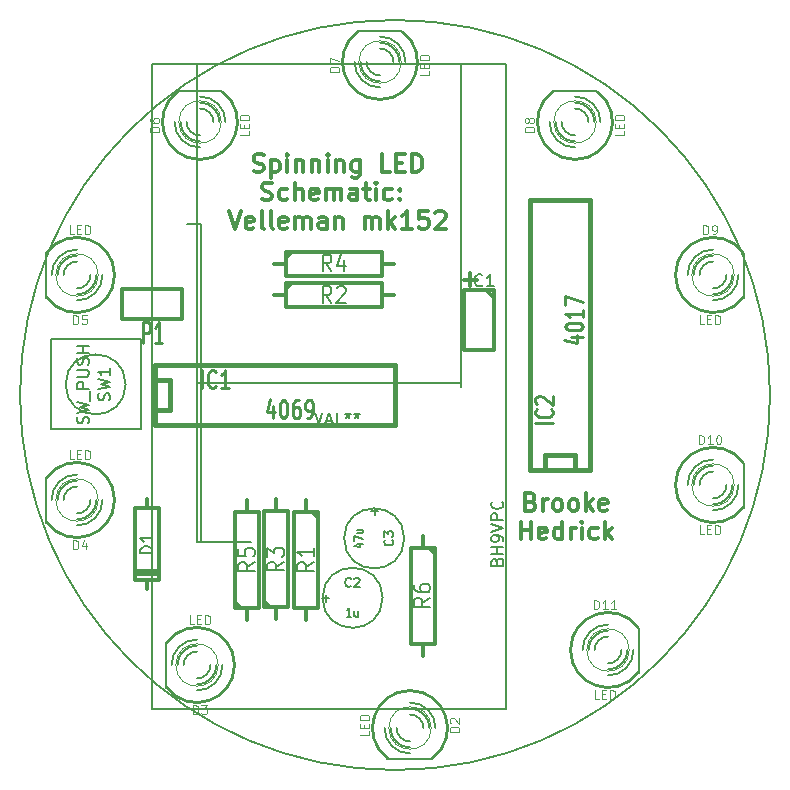
<source format=gto>
G04 (created by PCBNEW (2013-08-23 BZR 4296)-product) date 9/8/2013 11:51:00 PM*
%MOIN*%
G04 Gerber Fmt 3.4, Leading zero omitted, Abs format*
%FSLAX34Y34*%
G01*
G70*
G90*
G04 APERTURE LIST*
%ADD10C,0.005906*%
%ADD11C,0.011811*%
%ADD12C,0.007874*%
%ADD13C,0.005000*%
%ADD14C,0.012000*%
%ADD15C,0.008000*%
%ADD16C,0.003000*%
%ADD17C,0.010000*%
%ADD18C,0.006000*%
%ADD19C,0.015000*%
%ADD20C,0.003500*%
%ADD21C,0.011250*%
%ADD22C,0.007500*%
%ADD23C,0.010700*%
G04 APERTURE END LIST*
G54D10*
G54D11*
X59032Y-26557D02*
X59117Y-26585D01*
X59145Y-26614D01*
X59173Y-26670D01*
X59173Y-26754D01*
X59145Y-26810D01*
X59117Y-26839D01*
X59061Y-26867D01*
X58836Y-26867D01*
X58836Y-26276D01*
X59032Y-26276D01*
X59089Y-26304D01*
X59117Y-26332D01*
X59145Y-26389D01*
X59145Y-26445D01*
X59117Y-26501D01*
X59089Y-26529D01*
X59032Y-26557D01*
X58836Y-26557D01*
X59426Y-26867D02*
X59426Y-26473D01*
X59426Y-26585D02*
X59454Y-26529D01*
X59482Y-26501D01*
X59539Y-26473D01*
X59595Y-26473D01*
X59876Y-26867D02*
X59820Y-26839D01*
X59792Y-26810D01*
X59764Y-26754D01*
X59764Y-26585D01*
X59792Y-26529D01*
X59820Y-26501D01*
X59876Y-26473D01*
X59960Y-26473D01*
X60017Y-26501D01*
X60045Y-26529D01*
X60073Y-26585D01*
X60073Y-26754D01*
X60045Y-26810D01*
X60017Y-26839D01*
X59960Y-26867D01*
X59876Y-26867D01*
X60410Y-26867D02*
X60354Y-26839D01*
X60326Y-26810D01*
X60298Y-26754D01*
X60298Y-26585D01*
X60326Y-26529D01*
X60354Y-26501D01*
X60410Y-26473D01*
X60495Y-26473D01*
X60551Y-26501D01*
X60579Y-26529D01*
X60607Y-26585D01*
X60607Y-26754D01*
X60579Y-26810D01*
X60551Y-26839D01*
X60495Y-26867D01*
X60410Y-26867D01*
X60860Y-26867D02*
X60860Y-26276D01*
X60917Y-26642D02*
X61085Y-26867D01*
X61085Y-26473D02*
X60860Y-26698D01*
X61563Y-26839D02*
X61507Y-26867D01*
X61395Y-26867D01*
X61338Y-26839D01*
X61310Y-26782D01*
X61310Y-26557D01*
X61338Y-26501D01*
X61395Y-26473D01*
X61507Y-26473D01*
X61563Y-26501D01*
X61592Y-26557D01*
X61592Y-26614D01*
X61310Y-26670D01*
X58695Y-27812D02*
X58695Y-27221D01*
X58695Y-27502D02*
X59032Y-27502D01*
X59032Y-27812D02*
X59032Y-27221D01*
X59539Y-27783D02*
X59482Y-27812D01*
X59370Y-27812D01*
X59314Y-27783D01*
X59286Y-27727D01*
X59286Y-27502D01*
X59314Y-27446D01*
X59370Y-27418D01*
X59482Y-27418D01*
X59539Y-27446D01*
X59567Y-27502D01*
X59567Y-27558D01*
X59286Y-27615D01*
X60073Y-27812D02*
X60073Y-27221D01*
X60073Y-27783D02*
X60017Y-27812D01*
X59904Y-27812D01*
X59848Y-27783D01*
X59820Y-27755D01*
X59792Y-27699D01*
X59792Y-27530D01*
X59820Y-27474D01*
X59848Y-27446D01*
X59904Y-27418D01*
X60017Y-27418D01*
X60073Y-27446D01*
X60354Y-27812D02*
X60354Y-27418D01*
X60354Y-27530D02*
X60382Y-27474D01*
X60410Y-27446D01*
X60467Y-27418D01*
X60523Y-27418D01*
X60720Y-27812D02*
X60720Y-27418D01*
X60720Y-27221D02*
X60692Y-27249D01*
X60720Y-27277D01*
X60748Y-27249D01*
X60720Y-27221D01*
X60720Y-27277D01*
X61254Y-27783D02*
X61198Y-27812D01*
X61085Y-27812D01*
X61029Y-27783D01*
X61001Y-27755D01*
X60973Y-27699D01*
X60973Y-27530D01*
X61001Y-27474D01*
X61029Y-27446D01*
X61085Y-27418D01*
X61198Y-27418D01*
X61254Y-27446D01*
X61507Y-27812D02*
X61507Y-27221D01*
X61563Y-27587D02*
X61732Y-27812D01*
X61732Y-27418D02*
X61507Y-27643D01*
X49787Y-15539D02*
X49872Y-15567D01*
X50012Y-15567D01*
X50069Y-15539D01*
X50097Y-15510D01*
X50125Y-15454D01*
X50125Y-15398D01*
X50097Y-15342D01*
X50069Y-15314D01*
X50012Y-15285D01*
X49900Y-15257D01*
X49844Y-15229D01*
X49815Y-15201D01*
X49787Y-15145D01*
X49787Y-15089D01*
X49815Y-15032D01*
X49844Y-15004D01*
X49900Y-14976D01*
X50040Y-14976D01*
X50125Y-15004D01*
X50378Y-15173D02*
X50378Y-15764D01*
X50378Y-15201D02*
X50434Y-15173D01*
X50547Y-15173D01*
X50603Y-15201D01*
X50631Y-15229D01*
X50659Y-15285D01*
X50659Y-15454D01*
X50631Y-15510D01*
X50603Y-15539D01*
X50547Y-15567D01*
X50434Y-15567D01*
X50378Y-15539D01*
X50912Y-15567D02*
X50912Y-15173D01*
X50912Y-14976D02*
X50884Y-15004D01*
X50912Y-15032D01*
X50940Y-15004D01*
X50912Y-14976D01*
X50912Y-15032D01*
X51193Y-15173D02*
X51193Y-15567D01*
X51193Y-15229D02*
X51222Y-15201D01*
X51278Y-15173D01*
X51362Y-15173D01*
X51418Y-15201D01*
X51447Y-15257D01*
X51447Y-15567D01*
X51728Y-15173D02*
X51728Y-15567D01*
X51728Y-15229D02*
X51756Y-15201D01*
X51812Y-15173D01*
X51896Y-15173D01*
X51953Y-15201D01*
X51981Y-15257D01*
X51981Y-15567D01*
X52262Y-15567D02*
X52262Y-15173D01*
X52262Y-14976D02*
X52234Y-15004D01*
X52262Y-15032D01*
X52290Y-15004D01*
X52262Y-14976D01*
X52262Y-15032D01*
X52543Y-15173D02*
X52543Y-15567D01*
X52543Y-15229D02*
X52571Y-15201D01*
X52628Y-15173D01*
X52712Y-15173D01*
X52768Y-15201D01*
X52796Y-15257D01*
X52796Y-15567D01*
X53331Y-15173D02*
X53331Y-15651D01*
X53303Y-15707D01*
X53274Y-15735D01*
X53218Y-15764D01*
X53134Y-15764D01*
X53078Y-15735D01*
X53331Y-15539D02*
X53274Y-15567D01*
X53162Y-15567D01*
X53106Y-15539D01*
X53078Y-15510D01*
X53049Y-15454D01*
X53049Y-15285D01*
X53078Y-15229D01*
X53106Y-15201D01*
X53162Y-15173D01*
X53274Y-15173D01*
X53331Y-15201D01*
X54343Y-15567D02*
X54062Y-15567D01*
X54062Y-14976D01*
X54540Y-15257D02*
X54737Y-15257D01*
X54821Y-15567D02*
X54540Y-15567D01*
X54540Y-14976D01*
X54821Y-14976D01*
X55074Y-15567D02*
X55074Y-14976D01*
X55215Y-14976D01*
X55299Y-15004D01*
X55355Y-15060D01*
X55384Y-15117D01*
X55412Y-15229D01*
X55412Y-15314D01*
X55384Y-15426D01*
X55355Y-15482D01*
X55299Y-15539D01*
X55215Y-15567D01*
X55074Y-15567D01*
X50069Y-16483D02*
X50153Y-16512D01*
X50294Y-16512D01*
X50350Y-16483D01*
X50378Y-16455D01*
X50406Y-16399D01*
X50406Y-16343D01*
X50378Y-16287D01*
X50350Y-16258D01*
X50294Y-16230D01*
X50181Y-16202D01*
X50125Y-16174D01*
X50097Y-16146D01*
X50069Y-16090D01*
X50069Y-16033D01*
X50097Y-15977D01*
X50125Y-15949D01*
X50181Y-15921D01*
X50322Y-15921D01*
X50406Y-15949D01*
X50912Y-16483D02*
X50856Y-16512D01*
X50743Y-16512D01*
X50687Y-16483D01*
X50659Y-16455D01*
X50631Y-16399D01*
X50631Y-16230D01*
X50659Y-16174D01*
X50687Y-16146D01*
X50743Y-16118D01*
X50856Y-16118D01*
X50912Y-16146D01*
X51165Y-16512D02*
X51165Y-15921D01*
X51418Y-16512D02*
X51418Y-16202D01*
X51390Y-16146D01*
X51334Y-16118D01*
X51250Y-16118D01*
X51193Y-16146D01*
X51165Y-16174D01*
X51925Y-16483D02*
X51868Y-16512D01*
X51756Y-16512D01*
X51700Y-16483D01*
X51671Y-16427D01*
X51671Y-16202D01*
X51700Y-16146D01*
X51756Y-16118D01*
X51868Y-16118D01*
X51925Y-16146D01*
X51953Y-16202D01*
X51953Y-16258D01*
X51671Y-16315D01*
X52206Y-16512D02*
X52206Y-16118D01*
X52206Y-16174D02*
X52234Y-16146D01*
X52290Y-16118D01*
X52375Y-16118D01*
X52431Y-16146D01*
X52459Y-16202D01*
X52459Y-16512D01*
X52459Y-16202D02*
X52487Y-16146D01*
X52543Y-16118D01*
X52628Y-16118D01*
X52684Y-16146D01*
X52712Y-16202D01*
X52712Y-16512D01*
X53246Y-16512D02*
X53246Y-16202D01*
X53218Y-16146D01*
X53162Y-16118D01*
X53049Y-16118D01*
X52993Y-16146D01*
X53246Y-16483D02*
X53190Y-16512D01*
X53049Y-16512D01*
X52993Y-16483D01*
X52965Y-16427D01*
X52965Y-16371D01*
X52993Y-16315D01*
X53049Y-16287D01*
X53190Y-16287D01*
X53246Y-16258D01*
X53443Y-16118D02*
X53668Y-16118D01*
X53528Y-15921D02*
X53528Y-16427D01*
X53556Y-16483D01*
X53612Y-16512D01*
X53668Y-16512D01*
X53865Y-16512D02*
X53865Y-16118D01*
X53865Y-15921D02*
X53837Y-15949D01*
X53865Y-15977D01*
X53893Y-15949D01*
X53865Y-15921D01*
X53865Y-15977D01*
X54399Y-16483D02*
X54343Y-16512D01*
X54231Y-16512D01*
X54174Y-16483D01*
X54146Y-16455D01*
X54118Y-16399D01*
X54118Y-16230D01*
X54146Y-16174D01*
X54174Y-16146D01*
X54231Y-16118D01*
X54343Y-16118D01*
X54399Y-16146D01*
X54652Y-16455D02*
X54680Y-16483D01*
X54652Y-16512D01*
X54624Y-16483D01*
X54652Y-16455D01*
X54652Y-16512D01*
X54652Y-16146D02*
X54680Y-16174D01*
X54652Y-16202D01*
X54624Y-16174D01*
X54652Y-16146D01*
X54652Y-16202D01*
X48958Y-16866D02*
X49155Y-17456D01*
X49351Y-16866D01*
X49773Y-17428D02*
X49717Y-17456D01*
X49605Y-17456D01*
X49548Y-17428D01*
X49520Y-17372D01*
X49520Y-17147D01*
X49548Y-17091D01*
X49605Y-17063D01*
X49717Y-17063D01*
X49773Y-17091D01*
X49801Y-17147D01*
X49801Y-17203D01*
X49520Y-17260D01*
X50139Y-17456D02*
X50083Y-17428D01*
X50055Y-17372D01*
X50055Y-16866D01*
X50448Y-17456D02*
X50392Y-17428D01*
X50364Y-17372D01*
X50364Y-16866D01*
X50898Y-17428D02*
X50842Y-17456D01*
X50729Y-17456D01*
X50673Y-17428D01*
X50645Y-17372D01*
X50645Y-17147D01*
X50673Y-17091D01*
X50729Y-17063D01*
X50842Y-17063D01*
X50898Y-17091D01*
X50926Y-17147D01*
X50926Y-17203D01*
X50645Y-17260D01*
X51179Y-17456D02*
X51179Y-17063D01*
X51179Y-17119D02*
X51207Y-17091D01*
X51264Y-17063D01*
X51348Y-17063D01*
X51404Y-17091D01*
X51432Y-17147D01*
X51432Y-17456D01*
X51432Y-17147D02*
X51461Y-17091D01*
X51517Y-17063D01*
X51601Y-17063D01*
X51657Y-17091D01*
X51686Y-17147D01*
X51686Y-17456D01*
X52220Y-17456D02*
X52220Y-17147D01*
X52192Y-17091D01*
X52135Y-17063D01*
X52023Y-17063D01*
X51967Y-17091D01*
X52220Y-17428D02*
X52164Y-17456D01*
X52023Y-17456D01*
X51967Y-17428D01*
X51939Y-17372D01*
X51939Y-17316D01*
X51967Y-17260D01*
X52023Y-17231D01*
X52164Y-17231D01*
X52220Y-17203D01*
X52501Y-17063D02*
X52501Y-17456D01*
X52501Y-17119D02*
X52529Y-17091D01*
X52585Y-17063D01*
X52670Y-17063D01*
X52726Y-17091D01*
X52754Y-17147D01*
X52754Y-17456D01*
X53485Y-17456D02*
X53485Y-17063D01*
X53485Y-17119D02*
X53513Y-17091D01*
X53570Y-17063D01*
X53654Y-17063D01*
X53710Y-17091D01*
X53738Y-17147D01*
X53738Y-17456D01*
X53738Y-17147D02*
X53767Y-17091D01*
X53823Y-17063D01*
X53907Y-17063D01*
X53963Y-17091D01*
X53992Y-17147D01*
X53992Y-17456D01*
X54273Y-17456D02*
X54273Y-16866D01*
X54329Y-17231D02*
X54498Y-17456D01*
X54498Y-17063D02*
X54273Y-17288D01*
X55060Y-17456D02*
X54723Y-17456D01*
X54891Y-17456D02*
X54891Y-16866D01*
X54835Y-16950D01*
X54779Y-17006D01*
X54723Y-17035D01*
X55594Y-16866D02*
X55313Y-16866D01*
X55285Y-17147D01*
X55313Y-17119D01*
X55369Y-17091D01*
X55510Y-17091D01*
X55566Y-17119D01*
X55594Y-17147D01*
X55623Y-17203D01*
X55623Y-17344D01*
X55594Y-17400D01*
X55566Y-17428D01*
X55510Y-17456D01*
X55369Y-17456D01*
X55313Y-17428D01*
X55285Y-17400D01*
X55848Y-16922D02*
X55876Y-16894D01*
X55932Y-16866D01*
X56073Y-16866D01*
X56129Y-16894D01*
X56157Y-16922D01*
X56185Y-16978D01*
X56185Y-17035D01*
X56157Y-17119D01*
X55819Y-17456D01*
X56185Y-17456D01*
X56785Y-19157D02*
X57234Y-19157D01*
X57010Y-19382D02*
X57010Y-18932D01*
G54D12*
X67000Y-23000D02*
G75*
G03X67000Y-23000I-12500J0D01*
G74*
G01*
G54D13*
X45520Y-22645D02*
G75*
G03X45520Y-22645I-1000J0D01*
G74*
G01*
X46020Y-21145D02*
X46020Y-24145D01*
X46020Y-24145D02*
X43020Y-24145D01*
X43020Y-24145D02*
X43020Y-21145D01*
X46020Y-21145D02*
X43020Y-21145D01*
G54D14*
X51540Y-26490D02*
X51540Y-26890D01*
X51540Y-26890D02*
X51940Y-26890D01*
X51940Y-26890D02*
X51940Y-30090D01*
X51940Y-30090D02*
X51140Y-30090D01*
X51140Y-30090D02*
X51140Y-26890D01*
X51140Y-26890D02*
X51540Y-26890D01*
X51740Y-26890D02*
X51940Y-27090D01*
X51540Y-30490D02*
X51540Y-30090D01*
X50465Y-19670D02*
X50865Y-19670D01*
X50865Y-19670D02*
X50865Y-19270D01*
X50865Y-19270D02*
X54065Y-19270D01*
X54065Y-19270D02*
X54065Y-20070D01*
X54065Y-20070D02*
X50865Y-20070D01*
X50865Y-20070D02*
X50865Y-19670D01*
X50865Y-19470D02*
X51065Y-19270D01*
X54465Y-19670D02*
X54065Y-19670D01*
X49580Y-30490D02*
X49580Y-30090D01*
X49580Y-30090D02*
X49180Y-30090D01*
X49180Y-30090D02*
X49180Y-26890D01*
X49180Y-26890D02*
X49980Y-26890D01*
X49980Y-26890D02*
X49980Y-30090D01*
X49980Y-30090D02*
X49580Y-30090D01*
X49380Y-30090D02*
X49180Y-29890D01*
X49580Y-26490D02*
X49580Y-26890D01*
X50550Y-30480D02*
X50550Y-30080D01*
X50550Y-30080D02*
X50150Y-30080D01*
X50150Y-30080D02*
X50150Y-26880D01*
X50150Y-26880D02*
X50950Y-26880D01*
X50950Y-26880D02*
X50950Y-30080D01*
X50950Y-30080D02*
X50550Y-30080D01*
X50350Y-30080D02*
X50150Y-29880D01*
X50550Y-26480D02*
X50550Y-26880D01*
X50465Y-18620D02*
X50865Y-18620D01*
X50865Y-18620D02*
X50865Y-18220D01*
X50865Y-18220D02*
X54065Y-18220D01*
X54065Y-18220D02*
X54065Y-19020D01*
X54065Y-19020D02*
X50865Y-19020D01*
X50865Y-19020D02*
X50865Y-18620D01*
X50865Y-18420D02*
X51065Y-18220D01*
X54465Y-18620D02*
X54065Y-18620D01*
X55425Y-27685D02*
X55425Y-28085D01*
X55425Y-28085D02*
X55825Y-28085D01*
X55825Y-28085D02*
X55825Y-31285D01*
X55825Y-31285D02*
X55025Y-31285D01*
X55025Y-31285D02*
X55025Y-28085D01*
X55025Y-28085D02*
X55425Y-28085D01*
X55625Y-28085D02*
X55825Y-28285D01*
X55425Y-31685D02*
X55425Y-31285D01*
G54D15*
X62620Y-32250D02*
X62620Y-30750D01*
G54D16*
X62307Y-31500D02*
G75*
G03X62307Y-31500I-707J0D01*
G74*
G01*
G54D17*
X62599Y-30748D02*
G75*
G03X62600Y-32250I-999J-751D01*
G74*
G01*
G54D18*
X61600Y-31050D02*
G75*
G03X61150Y-31500I0J-450D01*
G74*
G01*
X61600Y-31950D02*
G75*
G03X62050Y-31500I0J450D01*
G74*
G01*
X61600Y-30850D02*
G75*
G03X60950Y-31500I0J-650D01*
G74*
G01*
X61600Y-32150D02*
G75*
G03X62250Y-31500I0J650D01*
G74*
G01*
X61600Y-30650D02*
G75*
G03X60750Y-31500I0J-850D01*
G74*
G01*
X61600Y-32350D02*
G75*
G03X62450Y-31500I0J850D01*
G74*
G01*
G54D15*
X66120Y-26750D02*
X66120Y-25250D01*
G54D16*
X65807Y-26000D02*
G75*
G03X65807Y-26000I-707J0D01*
G74*
G01*
G54D17*
X66099Y-25248D02*
G75*
G03X66100Y-26750I-999J-751D01*
G74*
G01*
G54D18*
X65100Y-25550D02*
G75*
G03X64650Y-26000I0J-450D01*
G74*
G01*
X65100Y-26450D02*
G75*
G03X65550Y-26000I0J450D01*
G74*
G01*
X65100Y-25350D02*
G75*
G03X64450Y-26000I0J-650D01*
G74*
G01*
X65100Y-26650D02*
G75*
G03X65750Y-26000I0J650D01*
G74*
G01*
X65100Y-25150D02*
G75*
G03X64250Y-26000I0J-850D01*
G74*
G01*
X65100Y-26850D02*
G75*
G03X65950Y-26000I0J850D01*
G74*
G01*
G54D15*
X66120Y-19750D02*
X66120Y-18250D01*
G54D16*
X65807Y-19000D02*
G75*
G03X65807Y-19000I-707J0D01*
G74*
G01*
G54D17*
X66099Y-18248D02*
G75*
G03X66100Y-19750I-999J-751D01*
G74*
G01*
G54D18*
X65100Y-18550D02*
G75*
G03X64650Y-19000I0J-450D01*
G74*
G01*
X65100Y-19450D02*
G75*
G03X65550Y-19000I0J450D01*
G74*
G01*
X65100Y-18350D02*
G75*
G03X64450Y-19000I0J-650D01*
G74*
G01*
X65100Y-19650D02*
G75*
G03X65750Y-19000I0J650D01*
G74*
G01*
X65100Y-18150D02*
G75*
G03X64250Y-19000I0J-850D01*
G74*
G01*
X65100Y-19850D02*
G75*
G03X65950Y-19000I0J850D01*
G74*
G01*
G54D15*
X61250Y-12880D02*
X59750Y-12880D01*
G54D16*
X61207Y-13900D02*
G75*
G03X61207Y-13900I-707J0D01*
G74*
G01*
G54D17*
X59748Y-12900D02*
G75*
G03X61250Y-12900I751J-999D01*
G74*
G01*
G54D18*
X60050Y-13900D02*
G75*
G03X60500Y-14350I450J0D01*
G74*
G01*
X60950Y-13900D02*
G75*
G03X60500Y-13450I-450J0D01*
G74*
G01*
X59850Y-13900D02*
G75*
G03X60500Y-14550I650J0D01*
G74*
G01*
X61150Y-13900D02*
G75*
G03X60500Y-13250I-650J0D01*
G74*
G01*
X59650Y-13900D02*
G75*
G03X60500Y-14750I850J0D01*
G74*
G01*
X61350Y-13900D02*
G75*
G03X60500Y-13050I-850J0D01*
G74*
G01*
G54D15*
X54750Y-10880D02*
X53250Y-10880D01*
G54D16*
X54707Y-11900D02*
G75*
G03X54707Y-11900I-707J0D01*
G74*
G01*
G54D17*
X53248Y-10900D02*
G75*
G03X54750Y-10900I751J-999D01*
G74*
G01*
G54D18*
X53550Y-11900D02*
G75*
G03X54000Y-12350I450J0D01*
G74*
G01*
X54450Y-11900D02*
G75*
G03X54000Y-11450I-450J0D01*
G74*
G01*
X53350Y-11900D02*
G75*
G03X54000Y-12550I650J0D01*
G74*
G01*
X54650Y-11900D02*
G75*
G03X54000Y-11250I-650J0D01*
G74*
G01*
X53150Y-11900D02*
G75*
G03X54000Y-12750I850J0D01*
G74*
G01*
X54850Y-11900D02*
G75*
G03X54000Y-11050I-850J0D01*
G74*
G01*
G54D15*
X48750Y-12880D02*
X47250Y-12880D01*
G54D16*
X48707Y-13900D02*
G75*
G03X48707Y-13900I-707J0D01*
G74*
G01*
G54D17*
X47248Y-12900D02*
G75*
G03X48750Y-12900I751J-999D01*
G74*
G01*
G54D18*
X47550Y-13900D02*
G75*
G03X48000Y-14350I450J0D01*
G74*
G01*
X48450Y-13900D02*
G75*
G03X48000Y-13450I-450J0D01*
G74*
G01*
X47350Y-13900D02*
G75*
G03X48000Y-14550I650J0D01*
G74*
G01*
X48650Y-13900D02*
G75*
G03X48000Y-13250I-650J0D01*
G74*
G01*
X47150Y-13900D02*
G75*
G03X48000Y-14750I850J0D01*
G74*
G01*
X48850Y-13900D02*
G75*
G03X48000Y-13050I-850J0D01*
G74*
G01*
G54D15*
X42880Y-18250D02*
X42880Y-19750D01*
G54D16*
X44607Y-19000D02*
G75*
G03X44607Y-19000I-707J0D01*
G74*
G01*
G54D17*
X42900Y-19751D02*
G75*
G03X42900Y-18250I999J751D01*
G74*
G01*
G54D18*
X43900Y-19450D02*
G75*
G03X44350Y-19000I0J450D01*
G74*
G01*
X43900Y-18550D02*
G75*
G03X43450Y-19000I0J-450D01*
G74*
G01*
X43900Y-19650D02*
G75*
G03X44550Y-19000I0J650D01*
G74*
G01*
X43900Y-18350D02*
G75*
G03X43250Y-19000I0J-650D01*
G74*
G01*
X43900Y-19850D02*
G75*
G03X44750Y-19000I0J850D01*
G74*
G01*
X43900Y-18150D02*
G75*
G03X43050Y-19000I0J-850D01*
G74*
G01*
G54D15*
X42880Y-25750D02*
X42880Y-27250D01*
G54D16*
X44607Y-26500D02*
G75*
G03X44607Y-26500I-707J0D01*
G74*
G01*
G54D17*
X42900Y-27251D02*
G75*
G03X42900Y-25750I999J751D01*
G74*
G01*
G54D18*
X43900Y-26950D02*
G75*
G03X44350Y-26500I0J450D01*
G74*
G01*
X43900Y-26050D02*
G75*
G03X43450Y-26500I0J-450D01*
G74*
G01*
X43900Y-27150D02*
G75*
G03X44550Y-26500I0J650D01*
G74*
G01*
X43900Y-25850D02*
G75*
G03X43250Y-26500I0J-650D01*
G74*
G01*
X43900Y-27350D02*
G75*
G03X44750Y-26500I0J850D01*
G74*
G01*
X43900Y-25650D02*
G75*
G03X43050Y-26500I0J-850D01*
G74*
G01*
G54D15*
X46880Y-31250D02*
X46880Y-32750D01*
G54D16*
X48607Y-32000D02*
G75*
G03X48607Y-32000I-707J0D01*
G74*
G01*
G54D17*
X46900Y-32751D02*
G75*
G03X46900Y-31250I999J751D01*
G74*
G01*
G54D18*
X47900Y-32450D02*
G75*
G03X48350Y-32000I0J450D01*
G74*
G01*
X47900Y-31550D02*
G75*
G03X47450Y-32000I0J-450D01*
G74*
G01*
X47900Y-32650D02*
G75*
G03X48550Y-32000I0J650D01*
G74*
G01*
X47900Y-31350D02*
G75*
G03X47250Y-32000I0J-650D01*
G74*
G01*
X47900Y-32850D02*
G75*
G03X48750Y-32000I0J850D01*
G74*
G01*
X47900Y-31150D02*
G75*
G03X47050Y-32000I0J-850D01*
G74*
G01*
G54D15*
X54250Y-35120D02*
X55750Y-35120D01*
G54D16*
X55707Y-34100D02*
G75*
G03X55707Y-34100I-707J0D01*
G74*
G01*
G54D17*
X55751Y-35099D02*
G75*
G03X54250Y-35100I-751J999D01*
G74*
G01*
G54D18*
X55450Y-34100D02*
G75*
G03X55000Y-33650I-450J0D01*
G74*
G01*
X54550Y-34100D02*
G75*
G03X55000Y-34550I450J0D01*
G74*
G01*
X55650Y-34100D02*
G75*
G03X55000Y-33450I-650J0D01*
G74*
G01*
X54350Y-34100D02*
G75*
G03X55000Y-34750I650J0D01*
G74*
G01*
X55850Y-34100D02*
G75*
G03X55000Y-33250I-850J0D01*
G74*
G01*
X54150Y-34100D02*
G75*
G03X55000Y-34950I850J0D01*
G74*
G01*
G54D19*
X59500Y-25500D02*
X59500Y-25500D01*
X59500Y-25500D02*
X59500Y-25000D01*
X59500Y-25000D02*
X60500Y-25000D01*
X60500Y-25000D02*
X60500Y-25500D01*
X59000Y-25500D02*
X59000Y-16500D01*
X59000Y-16500D02*
X61000Y-16500D01*
X61000Y-16500D02*
X61000Y-25500D01*
X61000Y-25500D02*
X59000Y-25500D01*
X46500Y-22000D02*
X54500Y-22000D01*
X54500Y-24000D02*
X46500Y-24000D01*
X46500Y-24000D02*
X46500Y-22000D01*
X46500Y-22500D02*
X47000Y-22500D01*
X47000Y-22500D02*
X47000Y-23500D01*
X47000Y-23500D02*
X46500Y-23500D01*
X54500Y-22000D02*
X54500Y-24000D01*
G54D14*
X46230Y-29480D02*
X46230Y-29180D01*
X46230Y-29180D02*
X46630Y-29180D01*
X46630Y-29180D02*
X46630Y-26780D01*
X46630Y-26780D02*
X46230Y-26780D01*
X46230Y-26780D02*
X46230Y-26480D01*
X46230Y-26780D02*
X45830Y-26780D01*
X45830Y-26780D02*
X45830Y-29180D01*
X45830Y-29180D02*
X46230Y-29180D01*
X46630Y-28980D02*
X45830Y-28980D01*
X45830Y-28880D02*
X46630Y-28880D01*
X57785Y-19530D02*
X57785Y-21510D01*
X57785Y-21510D02*
X56785Y-21510D01*
X56785Y-21510D02*
X56785Y-19510D01*
X56785Y-19510D02*
X57785Y-19510D01*
X57535Y-19510D02*
X57785Y-19760D01*
G54D13*
X54806Y-27780D02*
G75*
G03X54806Y-27780I-1001J0D01*
G74*
G01*
X54086Y-29760D02*
G75*
G03X54086Y-29760I-1001J0D01*
G74*
G01*
G54D14*
X47410Y-19450D02*
X47410Y-20450D01*
X47410Y-20450D02*
X45410Y-20450D01*
X45410Y-20450D02*
X45410Y-19450D01*
X45410Y-19450D02*
X47410Y-19450D01*
G54D10*
X48040Y-27910D02*
X48040Y-17290D01*
X48040Y-17290D02*
X47575Y-17290D01*
X47895Y-27910D02*
X49695Y-27910D01*
X47895Y-22600D02*
X47895Y-27910D01*
X47895Y-22600D02*
X47895Y-11975D01*
X56695Y-22600D02*
X47895Y-22600D01*
X56695Y-11975D02*
X56695Y-22725D01*
X58195Y-11975D02*
X46395Y-11975D01*
X46395Y-11975D02*
X46395Y-33475D01*
X46395Y-33475D02*
X58195Y-33475D01*
X58195Y-33475D02*
X58195Y-11975D01*
G54D15*
X44981Y-23178D02*
X45000Y-23121D01*
X45000Y-23025D01*
X44981Y-22987D01*
X44962Y-22968D01*
X44924Y-22949D01*
X44886Y-22949D01*
X44848Y-22968D01*
X44829Y-22987D01*
X44810Y-23025D01*
X44791Y-23102D01*
X44772Y-23140D01*
X44753Y-23159D01*
X44715Y-23178D01*
X44677Y-23178D01*
X44639Y-23159D01*
X44620Y-23140D01*
X44600Y-23102D01*
X44600Y-23006D01*
X44620Y-22949D01*
X44600Y-22816D02*
X45000Y-22721D01*
X44715Y-22645D01*
X45000Y-22568D01*
X44600Y-22473D01*
X45000Y-22111D02*
X45000Y-22340D01*
X45000Y-22225D02*
X44600Y-22225D01*
X44658Y-22264D01*
X44696Y-22302D01*
X44715Y-22340D01*
X44281Y-23949D02*
X44300Y-23892D01*
X44300Y-23797D01*
X44281Y-23759D01*
X44262Y-23740D01*
X44224Y-23721D01*
X44186Y-23721D01*
X44148Y-23740D01*
X44129Y-23759D01*
X44110Y-23797D01*
X44091Y-23873D01*
X44072Y-23911D01*
X44053Y-23930D01*
X44015Y-23949D01*
X43977Y-23949D01*
X43939Y-23930D01*
X43920Y-23911D01*
X43900Y-23873D01*
X43900Y-23778D01*
X43920Y-23721D01*
X43900Y-23587D02*
X44300Y-23492D01*
X44015Y-23416D01*
X44300Y-23340D01*
X43900Y-23245D01*
X44339Y-23187D02*
X44339Y-22883D01*
X44300Y-22787D02*
X43900Y-22787D01*
X43900Y-22635D01*
X43920Y-22597D01*
X43939Y-22578D01*
X43977Y-22559D01*
X44034Y-22559D01*
X44072Y-22578D01*
X44091Y-22597D01*
X44110Y-22635D01*
X44110Y-22787D01*
X43900Y-22387D02*
X44224Y-22387D01*
X44262Y-22368D01*
X44281Y-22349D01*
X44300Y-22311D01*
X44300Y-22235D01*
X44281Y-22197D01*
X44262Y-22178D01*
X44224Y-22159D01*
X43900Y-22159D01*
X44281Y-21987D02*
X44300Y-21930D01*
X44300Y-21835D01*
X44281Y-21797D01*
X44262Y-21778D01*
X44224Y-21759D01*
X44186Y-21759D01*
X44148Y-21778D01*
X44129Y-21797D01*
X44110Y-21835D01*
X44091Y-21911D01*
X44072Y-21949D01*
X44053Y-21968D01*
X44015Y-21987D01*
X43977Y-21987D01*
X43939Y-21968D01*
X43920Y-21949D01*
X43900Y-21911D01*
X43900Y-21816D01*
X43920Y-21759D01*
X44300Y-21587D02*
X43900Y-21587D01*
X44091Y-21587D02*
X44091Y-21359D01*
X44300Y-21359D02*
X43900Y-21359D01*
X51788Y-28573D02*
X51526Y-28740D01*
X51788Y-28859D02*
X51238Y-28859D01*
X51238Y-28668D01*
X51265Y-28620D01*
X51291Y-28597D01*
X51343Y-28573D01*
X51422Y-28573D01*
X51474Y-28597D01*
X51500Y-28620D01*
X51526Y-28668D01*
X51526Y-28859D01*
X51788Y-28097D02*
X51788Y-28382D01*
X51788Y-28240D02*
X51238Y-28240D01*
X51317Y-28287D01*
X51369Y-28335D01*
X51395Y-28382D01*
X52381Y-19918D02*
X52215Y-19656D01*
X52095Y-19918D02*
X52095Y-19368D01*
X52286Y-19368D01*
X52334Y-19395D01*
X52357Y-19421D01*
X52381Y-19473D01*
X52381Y-19552D01*
X52357Y-19604D01*
X52334Y-19630D01*
X52286Y-19656D01*
X52095Y-19656D01*
X52572Y-19421D02*
X52595Y-19395D01*
X52643Y-19368D01*
X52762Y-19368D01*
X52810Y-19395D01*
X52834Y-19421D01*
X52857Y-19473D01*
X52857Y-19525D01*
X52834Y-19604D01*
X52548Y-19918D01*
X52857Y-19918D01*
X49828Y-28573D02*
X49566Y-28740D01*
X49828Y-28859D02*
X49278Y-28859D01*
X49278Y-28668D01*
X49305Y-28620D01*
X49331Y-28597D01*
X49383Y-28573D01*
X49462Y-28573D01*
X49514Y-28597D01*
X49540Y-28620D01*
X49566Y-28668D01*
X49566Y-28859D01*
X49278Y-28120D02*
X49278Y-28359D01*
X49540Y-28382D01*
X49514Y-28359D01*
X49488Y-28311D01*
X49488Y-28192D01*
X49514Y-28144D01*
X49540Y-28120D01*
X49593Y-28097D01*
X49724Y-28097D01*
X49776Y-28120D01*
X49802Y-28144D01*
X49828Y-28192D01*
X49828Y-28311D01*
X49802Y-28359D01*
X49776Y-28382D01*
X50798Y-28563D02*
X50536Y-28730D01*
X50798Y-28849D02*
X50248Y-28849D01*
X50248Y-28658D01*
X50275Y-28610D01*
X50301Y-28587D01*
X50353Y-28563D01*
X50432Y-28563D01*
X50484Y-28587D01*
X50510Y-28610D01*
X50536Y-28658D01*
X50536Y-28849D01*
X50248Y-28396D02*
X50248Y-28087D01*
X50458Y-28253D01*
X50458Y-28182D01*
X50484Y-28134D01*
X50510Y-28110D01*
X50563Y-28087D01*
X50694Y-28087D01*
X50746Y-28110D01*
X50772Y-28134D01*
X50798Y-28182D01*
X50798Y-28325D01*
X50772Y-28372D01*
X50746Y-28396D01*
X52381Y-18868D02*
X52215Y-18606D01*
X52095Y-18868D02*
X52095Y-18318D01*
X52286Y-18318D01*
X52334Y-18345D01*
X52357Y-18371D01*
X52381Y-18423D01*
X52381Y-18502D01*
X52357Y-18554D01*
X52334Y-18580D01*
X52286Y-18606D01*
X52095Y-18606D01*
X52810Y-18502D02*
X52810Y-18868D01*
X52691Y-18292D02*
X52572Y-18685D01*
X52881Y-18685D01*
X55673Y-29768D02*
X55411Y-29935D01*
X55673Y-30054D02*
X55123Y-30054D01*
X55123Y-29863D01*
X55150Y-29815D01*
X55176Y-29792D01*
X55228Y-29768D01*
X55307Y-29768D01*
X55359Y-29792D01*
X55385Y-29815D01*
X55411Y-29863D01*
X55411Y-30054D01*
X55123Y-29339D02*
X55123Y-29435D01*
X55150Y-29482D01*
X55176Y-29506D01*
X55254Y-29554D01*
X55359Y-29577D01*
X55569Y-29577D01*
X55621Y-29554D01*
X55647Y-29530D01*
X55673Y-29482D01*
X55673Y-29387D01*
X55647Y-29339D01*
X55621Y-29315D01*
X55569Y-29292D01*
X55438Y-29292D01*
X55385Y-29315D01*
X55359Y-29339D01*
X55333Y-29387D01*
X55333Y-29482D01*
X55359Y-29530D01*
X55385Y-29554D01*
X55438Y-29577D01*
G54D20*
X61135Y-30135D02*
X61135Y-29835D01*
X61207Y-29835D01*
X61250Y-29850D01*
X61278Y-29878D01*
X61292Y-29907D01*
X61307Y-29964D01*
X61307Y-30007D01*
X61292Y-30064D01*
X61278Y-30092D01*
X61250Y-30121D01*
X61207Y-30135D01*
X61135Y-30135D01*
X61592Y-30135D02*
X61421Y-30135D01*
X61507Y-30135D02*
X61507Y-29835D01*
X61478Y-29878D01*
X61450Y-29907D01*
X61421Y-29921D01*
X61878Y-30135D02*
X61707Y-30135D01*
X61792Y-30135D02*
X61792Y-29835D01*
X61764Y-29878D01*
X61735Y-29907D01*
X61707Y-29921D01*
X61307Y-33135D02*
X61164Y-33135D01*
X61164Y-32835D01*
X61407Y-32978D02*
X61507Y-32978D01*
X61550Y-33135D02*
X61407Y-33135D01*
X61407Y-32835D01*
X61550Y-32835D01*
X61678Y-33135D02*
X61678Y-32835D01*
X61750Y-32835D01*
X61792Y-32850D01*
X61821Y-32878D01*
X61835Y-32907D01*
X61850Y-32964D01*
X61850Y-33007D01*
X61835Y-33064D01*
X61821Y-33092D01*
X61792Y-33121D01*
X61750Y-33135D01*
X61678Y-33135D01*
X64635Y-24635D02*
X64635Y-24335D01*
X64707Y-24335D01*
X64750Y-24350D01*
X64778Y-24378D01*
X64792Y-24407D01*
X64807Y-24464D01*
X64807Y-24507D01*
X64792Y-24564D01*
X64778Y-24592D01*
X64750Y-24621D01*
X64707Y-24635D01*
X64635Y-24635D01*
X65092Y-24635D02*
X64921Y-24635D01*
X65007Y-24635D02*
X65007Y-24335D01*
X64978Y-24378D01*
X64950Y-24407D01*
X64921Y-24421D01*
X65278Y-24335D02*
X65307Y-24335D01*
X65335Y-24350D01*
X65350Y-24364D01*
X65364Y-24392D01*
X65378Y-24450D01*
X65378Y-24521D01*
X65364Y-24578D01*
X65350Y-24607D01*
X65335Y-24621D01*
X65307Y-24635D01*
X65278Y-24635D01*
X65250Y-24621D01*
X65235Y-24607D01*
X65221Y-24578D01*
X65207Y-24521D01*
X65207Y-24450D01*
X65221Y-24392D01*
X65235Y-24364D01*
X65250Y-24350D01*
X65278Y-24335D01*
X64807Y-27635D02*
X64664Y-27635D01*
X64664Y-27335D01*
X64907Y-27478D02*
X65007Y-27478D01*
X65050Y-27635D02*
X64907Y-27635D01*
X64907Y-27335D01*
X65050Y-27335D01*
X65178Y-27635D02*
X65178Y-27335D01*
X65250Y-27335D01*
X65292Y-27350D01*
X65321Y-27378D01*
X65335Y-27407D01*
X65350Y-27464D01*
X65350Y-27507D01*
X65335Y-27564D01*
X65321Y-27592D01*
X65292Y-27621D01*
X65250Y-27635D01*
X65178Y-27635D01*
X64778Y-17635D02*
X64778Y-17335D01*
X64850Y-17335D01*
X64892Y-17350D01*
X64921Y-17378D01*
X64935Y-17407D01*
X64950Y-17464D01*
X64950Y-17507D01*
X64935Y-17564D01*
X64921Y-17592D01*
X64892Y-17621D01*
X64850Y-17635D01*
X64778Y-17635D01*
X65092Y-17635D02*
X65150Y-17635D01*
X65178Y-17621D01*
X65192Y-17607D01*
X65221Y-17564D01*
X65235Y-17507D01*
X65235Y-17392D01*
X65221Y-17364D01*
X65207Y-17350D01*
X65178Y-17335D01*
X65121Y-17335D01*
X65092Y-17350D01*
X65078Y-17364D01*
X65064Y-17392D01*
X65064Y-17464D01*
X65078Y-17492D01*
X65092Y-17507D01*
X65121Y-17521D01*
X65178Y-17521D01*
X65207Y-17507D01*
X65221Y-17492D01*
X65235Y-17464D01*
X64807Y-20635D02*
X64664Y-20635D01*
X64664Y-20335D01*
X64907Y-20478D02*
X65007Y-20478D01*
X65050Y-20635D02*
X64907Y-20635D01*
X64907Y-20335D01*
X65050Y-20335D01*
X65178Y-20635D02*
X65178Y-20335D01*
X65250Y-20335D01*
X65292Y-20350D01*
X65321Y-20378D01*
X65335Y-20407D01*
X65350Y-20464D01*
X65350Y-20507D01*
X65335Y-20564D01*
X65321Y-20592D01*
X65292Y-20621D01*
X65250Y-20635D01*
X65178Y-20635D01*
X59135Y-14221D02*
X58835Y-14221D01*
X58835Y-14150D01*
X58850Y-14107D01*
X58878Y-14078D01*
X58907Y-14064D01*
X58964Y-14050D01*
X59007Y-14050D01*
X59064Y-14064D01*
X59092Y-14078D01*
X59121Y-14107D01*
X59135Y-14150D01*
X59135Y-14221D01*
X58964Y-13878D02*
X58950Y-13907D01*
X58935Y-13921D01*
X58907Y-13935D01*
X58892Y-13935D01*
X58864Y-13921D01*
X58850Y-13907D01*
X58835Y-13878D01*
X58835Y-13821D01*
X58850Y-13792D01*
X58864Y-13778D01*
X58892Y-13764D01*
X58907Y-13764D01*
X58935Y-13778D01*
X58950Y-13792D01*
X58964Y-13821D01*
X58964Y-13878D01*
X58978Y-13907D01*
X58992Y-13921D01*
X59021Y-13935D01*
X59078Y-13935D01*
X59107Y-13921D01*
X59121Y-13907D01*
X59135Y-13878D01*
X59135Y-13821D01*
X59121Y-13792D01*
X59107Y-13778D01*
X59078Y-13764D01*
X59021Y-13764D01*
X58992Y-13778D01*
X58978Y-13792D01*
X58964Y-13821D01*
X62135Y-14192D02*
X62135Y-14335D01*
X61835Y-14335D01*
X61978Y-14092D02*
X61978Y-13992D01*
X62135Y-13950D02*
X62135Y-14092D01*
X61835Y-14092D01*
X61835Y-13950D01*
X62135Y-13821D02*
X61835Y-13821D01*
X61835Y-13750D01*
X61850Y-13707D01*
X61878Y-13678D01*
X61907Y-13664D01*
X61964Y-13650D01*
X62007Y-13650D01*
X62064Y-13664D01*
X62092Y-13678D01*
X62121Y-13707D01*
X62135Y-13750D01*
X62135Y-13821D01*
X52635Y-12221D02*
X52335Y-12221D01*
X52335Y-12150D01*
X52350Y-12107D01*
X52378Y-12078D01*
X52407Y-12064D01*
X52464Y-12050D01*
X52507Y-12050D01*
X52564Y-12064D01*
X52592Y-12078D01*
X52621Y-12107D01*
X52635Y-12150D01*
X52635Y-12221D01*
X52335Y-11950D02*
X52335Y-11750D01*
X52635Y-11878D01*
X55635Y-12192D02*
X55635Y-12335D01*
X55335Y-12335D01*
X55478Y-12092D02*
X55478Y-11992D01*
X55635Y-11950D02*
X55635Y-12092D01*
X55335Y-12092D01*
X55335Y-11950D01*
X55635Y-11821D02*
X55335Y-11821D01*
X55335Y-11750D01*
X55350Y-11707D01*
X55378Y-11678D01*
X55407Y-11664D01*
X55464Y-11650D01*
X55507Y-11650D01*
X55564Y-11664D01*
X55592Y-11678D01*
X55621Y-11707D01*
X55635Y-11750D01*
X55635Y-11821D01*
X46635Y-14221D02*
X46335Y-14221D01*
X46335Y-14150D01*
X46350Y-14107D01*
X46378Y-14078D01*
X46407Y-14064D01*
X46464Y-14050D01*
X46507Y-14050D01*
X46564Y-14064D01*
X46592Y-14078D01*
X46621Y-14107D01*
X46635Y-14150D01*
X46635Y-14221D01*
X46335Y-13792D02*
X46335Y-13850D01*
X46350Y-13878D01*
X46364Y-13892D01*
X46407Y-13921D01*
X46464Y-13935D01*
X46578Y-13935D01*
X46607Y-13921D01*
X46621Y-13907D01*
X46635Y-13878D01*
X46635Y-13821D01*
X46621Y-13792D01*
X46607Y-13778D01*
X46578Y-13764D01*
X46507Y-13764D01*
X46478Y-13778D01*
X46464Y-13792D01*
X46450Y-13821D01*
X46450Y-13878D01*
X46464Y-13907D01*
X46478Y-13921D01*
X46507Y-13935D01*
X49635Y-14192D02*
X49635Y-14335D01*
X49335Y-14335D01*
X49478Y-14092D02*
X49478Y-13992D01*
X49635Y-13950D02*
X49635Y-14092D01*
X49335Y-14092D01*
X49335Y-13950D01*
X49635Y-13821D02*
X49335Y-13821D01*
X49335Y-13750D01*
X49350Y-13707D01*
X49378Y-13678D01*
X49407Y-13664D01*
X49464Y-13650D01*
X49507Y-13650D01*
X49564Y-13664D01*
X49592Y-13678D01*
X49621Y-13707D01*
X49635Y-13750D01*
X49635Y-13821D01*
X43778Y-20635D02*
X43778Y-20335D01*
X43850Y-20335D01*
X43892Y-20350D01*
X43921Y-20378D01*
X43935Y-20407D01*
X43950Y-20464D01*
X43950Y-20507D01*
X43935Y-20564D01*
X43921Y-20592D01*
X43892Y-20621D01*
X43850Y-20635D01*
X43778Y-20635D01*
X44221Y-20335D02*
X44078Y-20335D01*
X44064Y-20478D01*
X44078Y-20464D01*
X44107Y-20450D01*
X44178Y-20450D01*
X44207Y-20464D01*
X44221Y-20478D01*
X44235Y-20507D01*
X44235Y-20578D01*
X44221Y-20607D01*
X44207Y-20621D01*
X44178Y-20635D01*
X44107Y-20635D01*
X44078Y-20621D01*
X44064Y-20607D01*
X43807Y-17635D02*
X43664Y-17635D01*
X43664Y-17335D01*
X43907Y-17478D02*
X44007Y-17478D01*
X44050Y-17635D02*
X43907Y-17635D01*
X43907Y-17335D01*
X44050Y-17335D01*
X44178Y-17635D02*
X44178Y-17335D01*
X44250Y-17335D01*
X44292Y-17350D01*
X44321Y-17378D01*
X44335Y-17407D01*
X44350Y-17464D01*
X44350Y-17507D01*
X44335Y-17564D01*
X44321Y-17592D01*
X44292Y-17621D01*
X44250Y-17635D01*
X44178Y-17635D01*
X43778Y-28135D02*
X43778Y-27835D01*
X43850Y-27835D01*
X43892Y-27850D01*
X43921Y-27878D01*
X43935Y-27907D01*
X43950Y-27964D01*
X43950Y-28007D01*
X43935Y-28064D01*
X43921Y-28092D01*
X43892Y-28121D01*
X43850Y-28135D01*
X43778Y-28135D01*
X44207Y-27935D02*
X44207Y-28135D01*
X44135Y-27821D02*
X44064Y-28035D01*
X44250Y-28035D01*
X43807Y-25135D02*
X43664Y-25135D01*
X43664Y-24835D01*
X43907Y-24978D02*
X44007Y-24978D01*
X44050Y-25135D02*
X43907Y-25135D01*
X43907Y-24835D01*
X44050Y-24835D01*
X44178Y-25135D02*
X44178Y-24835D01*
X44250Y-24835D01*
X44292Y-24850D01*
X44321Y-24878D01*
X44335Y-24907D01*
X44350Y-24964D01*
X44350Y-25007D01*
X44335Y-25064D01*
X44321Y-25092D01*
X44292Y-25121D01*
X44250Y-25135D01*
X44178Y-25135D01*
X47778Y-33635D02*
X47778Y-33335D01*
X47850Y-33335D01*
X47892Y-33350D01*
X47921Y-33378D01*
X47935Y-33407D01*
X47950Y-33464D01*
X47950Y-33507D01*
X47935Y-33564D01*
X47921Y-33592D01*
X47892Y-33621D01*
X47850Y-33635D01*
X47778Y-33635D01*
X48050Y-33335D02*
X48235Y-33335D01*
X48135Y-33450D01*
X48178Y-33450D01*
X48207Y-33464D01*
X48221Y-33478D01*
X48235Y-33507D01*
X48235Y-33578D01*
X48221Y-33607D01*
X48207Y-33621D01*
X48178Y-33635D01*
X48092Y-33635D01*
X48064Y-33621D01*
X48050Y-33607D01*
X47807Y-30635D02*
X47664Y-30635D01*
X47664Y-30335D01*
X47907Y-30478D02*
X48007Y-30478D01*
X48050Y-30635D02*
X47907Y-30635D01*
X47907Y-30335D01*
X48050Y-30335D01*
X48178Y-30635D02*
X48178Y-30335D01*
X48250Y-30335D01*
X48292Y-30350D01*
X48321Y-30378D01*
X48335Y-30407D01*
X48350Y-30464D01*
X48350Y-30507D01*
X48335Y-30564D01*
X48321Y-30592D01*
X48292Y-30621D01*
X48250Y-30635D01*
X48178Y-30635D01*
X56635Y-34221D02*
X56335Y-34221D01*
X56335Y-34150D01*
X56350Y-34107D01*
X56378Y-34078D01*
X56407Y-34064D01*
X56464Y-34050D01*
X56507Y-34050D01*
X56564Y-34064D01*
X56592Y-34078D01*
X56621Y-34107D01*
X56635Y-34150D01*
X56635Y-34221D01*
X56364Y-33935D02*
X56350Y-33921D01*
X56335Y-33892D01*
X56335Y-33821D01*
X56350Y-33792D01*
X56364Y-33778D01*
X56392Y-33764D01*
X56421Y-33764D01*
X56464Y-33778D01*
X56635Y-33950D01*
X56635Y-33764D01*
X53635Y-34192D02*
X53635Y-34335D01*
X53335Y-34335D01*
X53478Y-34092D02*
X53478Y-33992D01*
X53635Y-33950D02*
X53635Y-34092D01*
X53335Y-34092D01*
X53335Y-33950D01*
X53635Y-33821D02*
X53335Y-33821D01*
X53335Y-33750D01*
X53350Y-33707D01*
X53378Y-33678D01*
X53407Y-33664D01*
X53464Y-33650D01*
X53507Y-33650D01*
X53564Y-33664D01*
X53592Y-33678D01*
X53621Y-33707D01*
X53635Y-33750D01*
X53635Y-33821D01*
G54D21*
X59771Y-23939D02*
X59171Y-23939D01*
X59714Y-23467D02*
X59742Y-23489D01*
X59771Y-23553D01*
X59771Y-23596D01*
X59742Y-23660D01*
X59685Y-23703D01*
X59628Y-23724D01*
X59514Y-23746D01*
X59428Y-23746D01*
X59314Y-23724D01*
X59257Y-23703D01*
X59200Y-23660D01*
X59171Y-23596D01*
X59171Y-23553D01*
X59200Y-23489D01*
X59228Y-23467D01*
X59228Y-23296D02*
X59200Y-23274D01*
X59171Y-23232D01*
X59171Y-23124D01*
X59200Y-23082D01*
X59228Y-23060D01*
X59285Y-23039D01*
X59342Y-23039D01*
X59428Y-23060D01*
X59771Y-23317D01*
X59771Y-23039D01*
G54D14*
G54D21*
X60371Y-21057D02*
X60771Y-21057D01*
X60142Y-21164D02*
X60571Y-21271D01*
X60571Y-20992D01*
X60171Y-20735D02*
X60171Y-20692D01*
X60200Y-20650D01*
X60228Y-20628D01*
X60285Y-20607D01*
X60400Y-20585D01*
X60542Y-20585D01*
X60657Y-20607D01*
X60714Y-20628D01*
X60742Y-20650D01*
X60771Y-20692D01*
X60771Y-20735D01*
X60742Y-20778D01*
X60714Y-20800D01*
X60657Y-20821D01*
X60542Y-20842D01*
X60400Y-20842D01*
X60285Y-20821D01*
X60228Y-20800D01*
X60200Y-20778D01*
X60171Y-20735D01*
X60771Y-20157D02*
X60771Y-20414D01*
X60771Y-20285D02*
X60171Y-20285D01*
X60257Y-20328D01*
X60314Y-20371D01*
X60342Y-20414D01*
X60171Y-20007D02*
X60171Y-19707D01*
X60771Y-19900D01*
G54D14*
G54D21*
X48060Y-22771D02*
X48060Y-22171D01*
X48532Y-22714D02*
X48510Y-22742D01*
X48446Y-22771D01*
X48403Y-22771D01*
X48339Y-22742D01*
X48296Y-22685D01*
X48275Y-22628D01*
X48253Y-22514D01*
X48253Y-22428D01*
X48275Y-22314D01*
X48296Y-22257D01*
X48339Y-22200D01*
X48403Y-22171D01*
X48446Y-22171D01*
X48510Y-22200D01*
X48532Y-22228D01*
X48960Y-22771D02*
X48703Y-22771D01*
X48832Y-22771D02*
X48832Y-22171D01*
X48789Y-22257D01*
X48746Y-22314D01*
X48703Y-22342D01*
G54D14*
G54D21*
X50442Y-23371D02*
X50442Y-23771D01*
X50335Y-23142D02*
X50228Y-23571D01*
X50507Y-23571D01*
X50764Y-23171D02*
X50807Y-23171D01*
X50850Y-23200D01*
X50871Y-23228D01*
X50892Y-23285D01*
X50914Y-23400D01*
X50914Y-23542D01*
X50892Y-23657D01*
X50871Y-23714D01*
X50850Y-23742D01*
X50807Y-23771D01*
X50764Y-23771D01*
X50721Y-23742D01*
X50700Y-23714D01*
X50678Y-23657D01*
X50657Y-23542D01*
X50657Y-23400D01*
X50678Y-23285D01*
X50700Y-23228D01*
X50721Y-23200D01*
X50764Y-23171D01*
X51300Y-23171D02*
X51214Y-23171D01*
X51171Y-23200D01*
X51150Y-23228D01*
X51107Y-23314D01*
X51085Y-23428D01*
X51085Y-23657D01*
X51107Y-23714D01*
X51128Y-23742D01*
X51171Y-23771D01*
X51257Y-23771D01*
X51300Y-23742D01*
X51321Y-23714D01*
X51342Y-23657D01*
X51342Y-23514D01*
X51321Y-23457D01*
X51300Y-23428D01*
X51257Y-23400D01*
X51171Y-23400D01*
X51128Y-23428D01*
X51107Y-23457D01*
X51085Y-23514D01*
X51557Y-23771D02*
X51642Y-23771D01*
X51685Y-23742D01*
X51707Y-23714D01*
X51750Y-23628D01*
X51771Y-23514D01*
X51771Y-23285D01*
X51750Y-23228D01*
X51728Y-23200D01*
X51685Y-23171D01*
X51600Y-23171D01*
X51557Y-23200D01*
X51535Y-23228D01*
X51514Y-23285D01*
X51514Y-23428D01*
X51535Y-23485D01*
X51557Y-23514D01*
X51600Y-23542D01*
X51685Y-23542D01*
X51728Y-23514D01*
X51750Y-23485D01*
X51771Y-23428D01*
G54D14*
G54D15*
X46410Y-28275D02*
X46010Y-28275D01*
X46010Y-28179D01*
X46030Y-28122D01*
X46068Y-28084D01*
X46106Y-28065D01*
X46182Y-28046D01*
X46239Y-28046D01*
X46315Y-28065D01*
X46353Y-28084D01*
X46391Y-28122D01*
X46410Y-28179D01*
X46410Y-28275D01*
X46410Y-27665D02*
X46410Y-27894D01*
X46410Y-27779D02*
X46010Y-27779D01*
X46068Y-27818D01*
X46106Y-27856D01*
X46125Y-27894D01*
X57403Y-19337D02*
X57384Y-19356D01*
X57327Y-19375D01*
X57289Y-19375D01*
X57231Y-19356D01*
X57193Y-19318D01*
X57174Y-19280D01*
X57155Y-19204D01*
X57155Y-19147D01*
X57174Y-19071D01*
X57193Y-19033D01*
X57231Y-18995D01*
X57289Y-18975D01*
X57327Y-18975D01*
X57384Y-18995D01*
X57403Y-19014D01*
X57784Y-19375D02*
X57555Y-19375D01*
X57670Y-19375D02*
X57670Y-18975D01*
X57631Y-19033D01*
X57593Y-19071D01*
X57555Y-19090D01*
G54D13*
X54411Y-27830D02*
X54425Y-27844D01*
X54439Y-27887D01*
X54439Y-27915D01*
X54425Y-27958D01*
X54396Y-27987D01*
X54368Y-28001D01*
X54311Y-28015D01*
X54268Y-28015D01*
X54211Y-28001D01*
X54182Y-27987D01*
X54154Y-27958D01*
X54139Y-27915D01*
X54139Y-27887D01*
X54154Y-27844D01*
X54168Y-27830D01*
X54139Y-27730D02*
X54139Y-27544D01*
X54254Y-27644D01*
X54254Y-27601D01*
X54268Y-27572D01*
X54282Y-27558D01*
X54311Y-27544D01*
X54382Y-27544D01*
X54411Y-27558D01*
X54425Y-27572D01*
X54439Y-27601D01*
X54439Y-27687D01*
X54425Y-27715D01*
X54411Y-27730D01*
X53240Y-27964D02*
X53440Y-27964D01*
X53126Y-28024D02*
X53340Y-28083D01*
X53340Y-27928D01*
X53140Y-27857D02*
X53140Y-27690D01*
X53440Y-27797D01*
X53240Y-27488D02*
X53440Y-27488D01*
X53240Y-27595D02*
X53397Y-27595D01*
X53426Y-27583D01*
X53440Y-27559D01*
X53440Y-27524D01*
X53426Y-27500D01*
X53412Y-27488D01*
G54D22*
X53826Y-26994D02*
X53826Y-26765D01*
X53940Y-26880D02*
X53712Y-26880D01*
G54D15*
G54D13*
X53035Y-29368D02*
X53020Y-29382D01*
X52977Y-29396D01*
X52949Y-29396D01*
X52906Y-29382D01*
X52877Y-29353D01*
X52863Y-29325D01*
X52849Y-29268D01*
X52849Y-29225D01*
X52863Y-29168D01*
X52877Y-29139D01*
X52906Y-29111D01*
X52949Y-29096D01*
X52977Y-29096D01*
X53020Y-29111D01*
X53035Y-29125D01*
X53149Y-29125D02*
X53163Y-29111D01*
X53192Y-29096D01*
X53263Y-29096D01*
X53292Y-29111D01*
X53306Y-29125D01*
X53320Y-29153D01*
X53320Y-29182D01*
X53306Y-29225D01*
X53135Y-29396D01*
X53320Y-29396D01*
X53043Y-30395D02*
X52900Y-30395D01*
X52971Y-30395D02*
X52971Y-30095D01*
X52948Y-30138D01*
X52924Y-30167D01*
X52900Y-30181D01*
X53257Y-30195D02*
X53257Y-30395D01*
X53150Y-30195D02*
X53150Y-30352D01*
X53162Y-30381D01*
X53186Y-30395D01*
X53221Y-30395D01*
X53245Y-30381D01*
X53257Y-30367D01*
G54D22*
X52070Y-29781D02*
X52299Y-29781D01*
X52185Y-29895D02*
X52185Y-29667D01*
G54D15*
G54D23*
X46094Y-21258D02*
X46094Y-20577D01*
X46257Y-20577D01*
X46297Y-20609D01*
X46318Y-20641D01*
X46338Y-20706D01*
X46338Y-20804D01*
X46318Y-20868D01*
X46297Y-20901D01*
X46257Y-20933D01*
X46094Y-20933D01*
X46746Y-21258D02*
X46501Y-21258D01*
X46624Y-21258D02*
X46624Y-20577D01*
X46583Y-20674D01*
X46542Y-20739D01*
X46501Y-20771D01*
G54D14*
G54D10*
X57896Y-28558D02*
X57915Y-28501D01*
X57934Y-28483D01*
X57971Y-28464D01*
X58028Y-28464D01*
X58065Y-28483D01*
X58084Y-28501D01*
X58103Y-28539D01*
X58103Y-28689D01*
X57709Y-28689D01*
X57709Y-28558D01*
X57728Y-28520D01*
X57746Y-28501D01*
X57784Y-28483D01*
X57821Y-28483D01*
X57859Y-28501D01*
X57878Y-28520D01*
X57896Y-28558D01*
X57896Y-28689D01*
X58103Y-28295D02*
X57709Y-28295D01*
X57896Y-28295D02*
X57896Y-28070D01*
X58103Y-28070D02*
X57709Y-28070D01*
X58103Y-27864D02*
X58103Y-27789D01*
X58084Y-27751D01*
X58065Y-27733D01*
X58009Y-27695D01*
X57934Y-27676D01*
X57784Y-27676D01*
X57746Y-27695D01*
X57728Y-27714D01*
X57709Y-27751D01*
X57709Y-27826D01*
X57728Y-27864D01*
X57746Y-27883D01*
X57784Y-27901D01*
X57878Y-27901D01*
X57915Y-27883D01*
X57934Y-27864D01*
X57953Y-27826D01*
X57953Y-27751D01*
X57934Y-27714D01*
X57915Y-27695D01*
X57878Y-27676D01*
X57709Y-27564D02*
X58103Y-27433D01*
X57709Y-27301D01*
X58103Y-27170D02*
X57709Y-27170D01*
X57709Y-27020D01*
X57728Y-26983D01*
X57746Y-26964D01*
X57784Y-26945D01*
X57840Y-26945D01*
X57878Y-26964D01*
X57896Y-26983D01*
X57915Y-27020D01*
X57915Y-27170D01*
X58065Y-26552D02*
X58084Y-26570D01*
X58103Y-26627D01*
X58103Y-26664D01*
X58084Y-26720D01*
X58046Y-26758D01*
X58009Y-26776D01*
X57934Y-26795D01*
X57878Y-26795D01*
X57803Y-26776D01*
X57765Y-26758D01*
X57728Y-26720D01*
X57709Y-26664D01*
X57709Y-26627D01*
X57728Y-26570D01*
X57746Y-26552D01*
X51820Y-23589D02*
X51951Y-23983D01*
X52083Y-23589D01*
X52195Y-23870D02*
X52383Y-23870D01*
X52158Y-23983D02*
X52289Y-23589D01*
X52420Y-23983D01*
X52739Y-23983D02*
X52551Y-23983D01*
X52551Y-23589D01*
X52926Y-23589D02*
X52926Y-23683D01*
X52833Y-23645D02*
X52926Y-23683D01*
X53020Y-23645D01*
X52870Y-23758D02*
X52926Y-23683D01*
X52983Y-23758D01*
X53226Y-23589D02*
X53226Y-23683D01*
X53133Y-23645D02*
X53226Y-23683D01*
X53320Y-23645D01*
X53170Y-23758D02*
X53226Y-23683D01*
X53283Y-23758D01*
M02*

</source>
